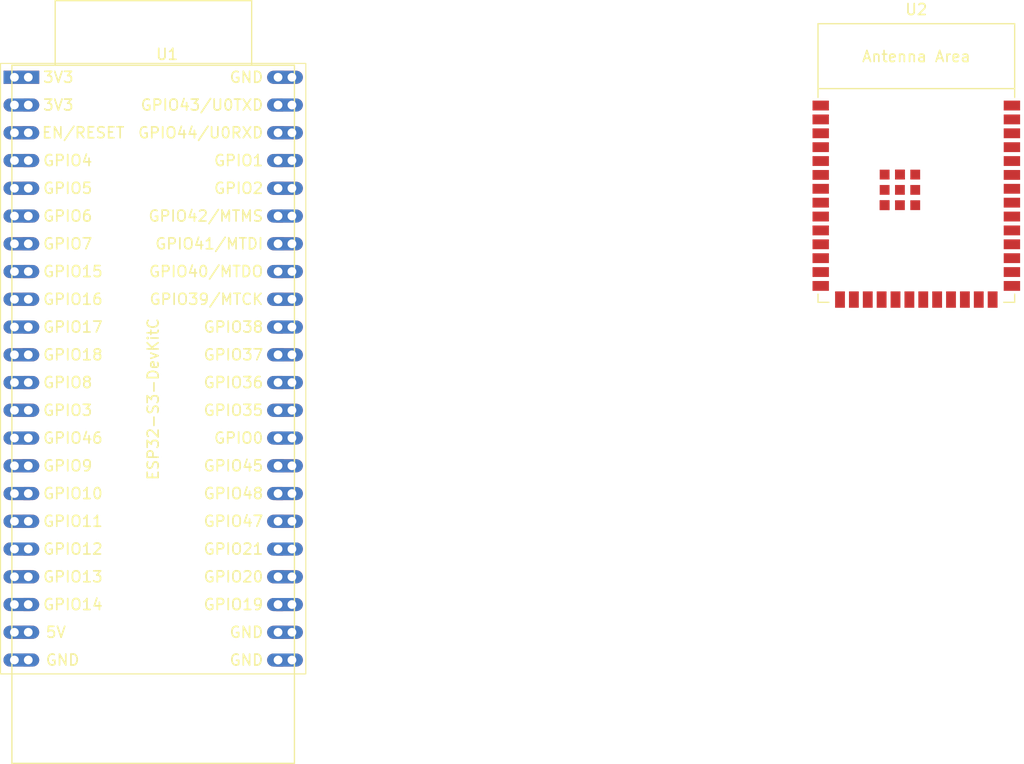
<source format=kicad_pcb>
(kicad_pcb (version 20240108) (generator "pcbnew") (generator_version "8.0")
  (layers (0 "F.Cu" signal) (31 "B.Cu" signal) (34 "B.Paste" user) (35 "F.Paste" user) (36 "B.SilkS" user "B.Silkscreen") (37 "F.SilkS" user "F.Silkscreen") (38 "B.Mask" user) (39 "F.Mask" user) (44 "Edge.Cuts" user))
  (net 0 "")
  (net 3 "Net-(U1-3V3-Pad1)")
  (net 15 "Net-(U1-GND-Pad22)")
  (net 48 "Net-(U2-GND-Pad1)")
  (footprint "Espressif:ESP32-S3-DevKitC" (layer "F.Cu") (at 87.47 49.71312)
    (property "Reference" "U1" (at 12.7 -2.1 0) (layer "F.SilkS"))
    (property "Value" "ESP32-S3-DevKitC" (at 11.42632 29.46128 90) (layer "F.SilkS"))
    (fp_line (start -1.5 62.79728) (end 24.359999 62.79728) (stroke (width 0.12)) (layer "F.SilkS"))
    (fp_line (start -1.499999 -1.1) (end -1.5 62.79728) (stroke (width 0.12)) (layer "F.SilkS"))
    (fp_line (start 2.46012 -7.01312) (end 20.44332 -7.01312) (stroke (width 0.12)) (layer "F.SilkS"))
    (fp_line (start 2.46012 -1.12032) (end 2.46012 -7.01312) (stroke (width 0.12)) (layer "F.SilkS"))
    (fp_line (start 20.44332 -7.01312) (end 20.44332 -1.12032) (stroke (width 0.12)) (layer "F.SilkS"))
    (fp_line (start 24.359999 62.79728) (end 24.36 -1.1) (stroke (width 0.12)) (layer "F.SilkS"))
    (fp_line (start 24.36 -1.1) (end -1.499999 -1.1) (stroke (width 0.12)) (layer "F.SilkS"))
    (fp_rect (start -2.54 -1.27) (end 25.4 54.61) (stroke (width 0.1)) (fill none) (layer "F.SilkS"))
    (fp_text user "GPIO36" (at 21.59 27.94 0) (layer "F.SilkS") (effects (justify right)))
    (fp_text user "GPIO8" (at 1.27 27.94 0) (layer "F.SilkS") (effects (justify left)))
    (fp_text user "GPIO18" (at 1.27 25.4 0) (layer "F.SilkS") (effects (justify left)))
    (fp_text user "GPIO48" (at 21.59 38.1 0) (layer "F.SilkS") (effects (justify right)))
    (fp_text user "GPIO1" (at 21.59 7.62 0) (layer "F.SilkS") (effects (justify right)))
    (fp_text user "GPIO35" (at 21.59 30.48 0) (layer "F.SilkS") (effects (justify right)))
    (fp_text user "GPIO19" (at 21.59 48.26 0) (layer "F.SilkS") (effects (justify right)))
    (fp_text user "GPIO9" (at 1.27 35.56 0) (layer "F.SilkS") (effects (justify left)))
    (fp_text user "GPIO46" (at 1.27 33.02 0) (layer "F.SilkS") (effects (justify left)))
    (fp_text user "GPIO45" (at 21.59 35.56 0) (layer "F.SilkS") (effects (justify right)))
    (fp_text user "GPIO43/U0TXD" (at 21.59 2.54 0) (layer "F.SilkS") (effects (justify right)))
    (fp_text user "GND" (at 21.59 50.8 0) (layer "F.SilkS") (effects (justify right)))
    (fp_text user "GPIO13" (at 1.27 45.72 0) (layer "F.SilkS") (effects (justify left)))
    (fp_text user "3V3" (at 1.27 2.54 0) (layer "F.SilkS") (effects (justify left)))
    (fp_text user "GND" (at 21.59 0 0) (layer "F.SilkS") (effects (justify right)))
    (fp_text user "GPIO0" (at 21.59 33.02 0) (layer "F.SilkS") (effects (justify right)))
    (fp_text user "GPIO38" (at 21.59 22.86 0) (layer "F.SilkS") (effects (justify right)))
    (fp_text user "GPIO39/MTCK" (at 21.59 20.32 0) (layer "F.SilkS") (effects (justify right)))
    (fp_text user "GPIO20" (at 21.59 45.72 0) (layer "F.SilkS") (effects (justify right)))
    (fp_text user "GPIO11" (at 1.27 40.64 0) (layer "F.SilkS") (effects (justify left)))
    (fp_text user "GPIO41/MTDI" (at 21.59 15.24 0) (layer "F.SilkS") (effects (justify right)))
    (fp_text user "GPIO14" (at 1.27 48.26 0) (layer "F.SilkS") (effects (justify left)))
    (fp_text user "GPIO3" (at 1.27 30.48 0) (layer "F.SilkS") (effects (justify left)))
    (fp_text user "5V" (at 1.52032 50.79728 0) (layer "F.SilkS") (effects (justify left)))
    (fp_text user "GPIO7" (at 1.27 15.24 0) (layer "F.SilkS") (effects (justify left)))
    (fp_text user "GPIO37" (at 21.59 25.4 0) (layer "F.SilkS") (effects (justify right)))
    (fp_text user "GPIO16" (at 1.27 20.32 0) (layer "F.SilkS") (effects (justify left)))
    (fp_text user "GPIO5" (at 1.27 10.16 0) (layer "F.SilkS") (effects (justify left)))
    (fp_text user "GPIO17" (at 1.27 22.86 0) (layer "F.SilkS") (effects (justify left)))
    (fp_text user "GPIO42/MTMS" (at 21.59 12.7 0) (layer "F.SilkS") (effects (justify right)))
    (fp_text user "GND" (at 1.52032 53.33728 0) (layer "F.SilkS") (effects (justify left)))
    (fp_text user "GPIO6" (at 1.27 12.7 0) (layer "F.SilkS") (effects (justify left)))
    (fp_text user "GPIO4" (at 1.27 7.62 0) (layer "F.SilkS") (effects (justify left)))
    (fp_text user "3V3" (at 1.27 0 0) (layer "F.SilkS") (effects (justify left)))
    (fp_text user "GPIO47" (at 21.59 40.64 0) (layer "F.SilkS") (effects (justify right)))
    (fp_text user "GPIO15" (at 1.27 17.78 0) (layer "F.SilkS") (effects (justify left)))
    (fp_text user "GPIO2" (at 21.59 10.16 0) (layer "F.SilkS") (effects (justify right)))
    (fp_text user "GPIO44/U0RXD" (at 21.59 5.08 0) (layer "F.SilkS") (effects (justify right)))
    (fp_text user "GPIO21" (at 21.59 43.18 0) (layer "F.SilkS") (effects (justify right)))
    (fp_text user "GPIO10" (at 1.27 38.1 0) (layer "F.SilkS") (effects (justify left)))
    (fp_text user "GPIO40/MTDO" (at 21.59 17.78 0) (layer "F.SilkS") (effects (justify right)))
    (fp_text user "EN/RESET" (at 8.88632 5.07728 0) (layer "F.SilkS") (effects (justify right)))
    (fp_text user "GND" (at 21.59 53.34 0) (layer "F.SilkS") (effects (justify right)))
    (fp_text user "GPIO12" (at 1.27 43.18 0) (layer "F.SilkS") (effects (justify left)))
    (pad "1" thru_hole rect (at -1.27 0 270) (size 1.2 2) (drill 0.8) (layers "*.Cu" "*.Mask") (net 3 "Net-(U1-3V3-Pad1)"))
    (pad "1" thru_hole rect (at 0 0 270) (size 1.2 2) (drill 0.8) (layers "*.Cu" "*.Mask") (net 3 "Net-(U1-3V3-Pad1)"))
    (pad "2" thru_hole oval (at -1.27 2.54 270) (size 1.2 3) (drill 0.8 (offset 0 -0.5)) (layers "*.Cu" "*.Mask") (net 3 "Net-(U1-3V3-Pad1)"))
    (pad "2" thru_hole oval (at 0 2.54 270) (size 1.2 2) (drill 0.8) (layers "*.Cu" "*.Mask") (net 3 "Net-(U1-3V3-Pad1)"))
    (pad "3" thru_hole oval (at -1.27 5.08 270) (size 1.2 3) (drill 0.8 (offset 0 -0.5)) (layers "*.Cu" "*.Mask"))
    (pad "3" thru_hole oval (at 0 5.08 270) (size 1.2 2) (drill 0.8) (layers "*.Cu" "*.Mask"))
    (pad "4" thru_hole oval (at -1.27 7.62 270) (size 1.2 3) (drill 0.8 (offset 0 -0.5)) (layers "*.Cu" "*.Mask"))
    (pad "4" thru_hole oval (at 0 7.62 270) (size 1.2 2) (drill 0.8) (layers "*.Cu" "*.Mask"))
    (pad "5" thru_hole oval (at -1.27 10.16 270) (size 1.2 3) (drill 0.8 (offset 0 -0.5)) (layers "*.Cu" "*.Mask"))
    (pad "5" thru_hole oval (at 0 10.16 270) (size 1.2 2) (drill 0.8) (layers "*.Cu" "*.Mask"))
    (pad "6" thru_hole oval (at -1.27 12.7 270) (size 1.2 3) (drill 0.8 (offset 0 -0.5)) (layers "*.Cu" "*.Mask"))
    (pad "6" thru_hole oval (at 0 12.7 270) (size 1.2 2) (drill 0.8) (layers "*.Cu" "*.Mask"))
    (pad "7" thru_hole oval (at -1.27 15.24 270) (size 1.2 3) (drill 0.8 (offset 0 -0.5)) (layers "*.Cu" "*.Mask"))
    (pad "7" thru_hole oval (at 0 15.24 270) (size 1.2 2) (drill 0.8) (layers "*.Cu" "*.Mask"))
    (pad "8" thru_hole oval (at -1.27 17.78 270) (size 1.2 3) (drill 0.8 (offset 0 -0.5)) (layers "*.Cu" "*.Mask"))
    (pad "8" thru_hole oval (at 0 17.78 270) (size 1.2 2) (drill 0.8) (layers "*.Cu" "*.Mask"))
    (pad "9" thru_hole oval (at -1.27 20.32 270) (size 1.2 3) (drill 0.8 (offset 0 -0.5)) (layers "*.Cu" "*.Mask"))
    (pad "9" thru_hole oval (at 0 20.32 270) (size 1.2 2) (drill 0.8) (layers "*.Cu" "*.Mask"))
    (pad "10" thru_hole oval (at -1.27 22.86 270) (size 1.2 3) (drill 0.8 (offset 0 -0.5)) (layers "*.Cu" "*.Mask"))
    (pad "10" thru_hole oval (at 0 22.86 270) (size 1.2 2) (drill 0.8) (layers "*.Cu" "*.Mask"))
    (pad "11" thru_hole oval (at -1.27 25.4 270) (size 1.2 3) (drill 0.8 (offset 0 -0.5)) (layers "*.Cu" "*.Mask"))
    (pad "11" thru_hole oval (at 0 25.4 270) (size 1.2 2) (drill 0.8) (layers "*.Cu" "*.Mask"))
    (pad "12" thru_hole oval (at -1.27 27.94 270) (size 1.2 3) (drill 0.8 (offset 0 -0.5)) (layers "*.Cu" "*.Mask"))
    (pad "12" thru_hole oval (at 0 27.94 270) (size 1.2 2) (drill 0.8) (layers "*.Cu" "*.Mask"))
    (pad "13" thru_hole oval (at -1.27 30.48 270) (size 1.2 3) (drill 0.8 (offset 0 -0.5)) (layers "*.Cu" "*.Mask"))
    (pad "13" thru_hole oval (at 0 30.48 270) (size 1.2 2) (drill 0.8) (layers "*.Cu" "*.Mask"))
    (pad "14" thru_hole oval (at -1.27 33.02 270) (size 1.2 3) (drill 0.8 (offset 0 -0.5)) (layers "*.Cu" "*.Mask"))
    (pad "14" thru_hole oval (at 0 33.02 270) (size 1.2 2) (drill 0.8) (layers "*.Cu" "*.Mask"))
    (pad "15" thru_hole oval (at -1.27 35.56 270) (size 1.2 3) (drill 0.8 (offset 0 -0.5)) (layers "*.Cu" "*.Mask"))
    (pad "15" thru_hole oval (at 0 35.56 270) (size 1.2 2) (drill 0.8) (layers "*.Cu" "*.Mask"))
    (pad "16" thru_hole oval (at -1.27 38.1 270) (size 1.2 3) (drill 0.8 (offset 0 -0.5)) (layers "*.Cu" "*.Mask"))
    (pad "16" thru_hole oval (at 0 38.1 270) (size 1.2 2) (drill 0.8) (layers "*.Cu" "*.Mask"))
    (pad "17" thru_hole oval (at -1.27 40.64 270) (size 1.2 3) (drill 0.8 (offset 0 -0.5)) (layers "*.Cu" "*.Mask"))
    (pad "17" thru_hole oval (at 0 40.64 270) (size 1.2 2) (drill 0.8) (layers "*.Cu" "*.Mask"))
    (pad "18" thru_hole oval (at -1.27 43.18 270) (size 1.2 3) (drill 0.8 (offset 0 -0.5)) (layers "*.Cu" "*.Mask"))
    (pad "18" thru_hole oval (at 0 43.18 270) (size 1.2 2) (drill 0.8) (layers "*.Cu" "*.Mask"))
    (pad "19" thru_hole oval (at -1.27 45.72 270) (size 1.2 3) (drill 0.8 (offset 0 -0.5)) (layers "*.Cu" "*.Mask"))
    (pad "19" thru_hole oval (at 0 45.72 270) (size 1.2 2) (drill 0.8) (layers "*.Cu" "*.Mask"))
    (pad "20" thru_hole oval (at -1.27368 48.25728 270) (size 1.2 3) (drill 0.8 (offset 0 -0.5)) (layers "*.Cu" "*.Mask"))
    (pad "20" thru_hole oval (at -0.00368 48.25728 270) (size 1.2 2) (drill 0.8) (layers "*.Cu" "*.Mask"))
    (pad "21" thru_hole oval (at -1.27368 50.79728 270) (size 1.2 3) (drill 0.8 (offset 0 -0.5)) (layers "*.Cu" "*.Mask"))
    (pad "21" thru_hole oval (at -0.00368 50.79728 270) (size 1.2 2) (drill 0.8) (layers "*.Cu" "*.Mask"))
    (pad "22" thru_hole oval (at -1.27368 53.33728 270) (size 1.2 3) (drill 0.8 (offset 0 -0.5)) (layers "*.Cu" "*.Mask") (net 15 "Net-(U1-GND-Pad22)"))
    (pad "22" thru_hole oval (at -0.00368 53.33728 270) (size 1.2 2) (drill 0.8) (layers "*.Cu" "*.Mask") (net 15 "Net-(U1-GND-Pad22)"))
    (pad "23" thru_hole oval (at 22.86 53.34 270) (size 1.2 2) (drill 0.8) (layers "*.Cu" "*.Mask") (net 15 "Net-(U1-GND-Pad22)"))
    (pad "23" thru_hole oval (at 24.13 53.34 270) (size 1.2 3) (drill 0.8 (offset 0 0.5)) (layers "*.Cu" "*.Mask") (net 15 "Net-(U1-GND-Pad22)"))
    (pad "24" thru_hole oval (at 22.86 50.8 270) (size 1.2 2) (drill 0.8) (layers "*.Cu" "*.Mask") (net 15 "Net-(U1-GND-Pad22)"))
    (pad "24" thru_hole oval (at 24.13 50.8 270) (size 1.2 3) (drill 0.8 (offset 0 0.5)) (layers "*.Cu" "*.Mask") (net 15 "Net-(U1-GND-Pad22)"))
    (pad "25" thru_hole oval (at 22.86 48.26 270) (size 1.2 2) (drill 0.8) (layers "*.Cu" "*.Mask"))
    (pad "25" thru_hole oval (at 24.13 48.26 270) (size 1.2 3) (drill 0.8 (offset 0 0.5)) (layers "*.Cu" "*.Mask"))
    (pad "26" thru_hole oval (at 22.86 45.72 270) (size 1.2 2) (drill 0.8) (layers "*.Cu" "*.Mask"))
    (pad "26" thru_hole oval (at 24.13 45.72 270) (size 1.2 3) (drill 0.8 (offset 0 0.5)) (layers "*.Cu" "*.Mask"))
    (pad "27" thru_hole oval (at 22.86 43.18 270) (size 1.2 2) (drill 0.8) (layers "*.Cu" "*.Mask"))
    (pad "27" thru_hole oval (at 24.13 43.18 270) (size 1.2 3) (drill 0.8 (offset 0 0.5)) (layers "*.Cu" "*.Mask"))
    (pad "28" thru_hole oval (at 22.86 40.64 270) (size 1.2 2) (drill 0.8) (layers "*.Cu" "*.Mask"))
    (pad "28" thru_hole oval (at 24.13 40.64 270) (size 1.2 3) (drill 0.8 (offset 0 0.5)) (layers "*.Cu" "*.Mask"))
    (pad "29" thru_hole oval (at 22.86 38.1 270) (size 1.2 2) (drill 0.8) (layers "*.Cu" "*.Mask"))
    (pad "29" thru_hole oval (at 24.13 38.1 270) (size 1.2 3) (drill 0.8 (offset 0 0.5)) (layers "*.Cu" "*.Mask"))
    (pad "30" thru_hole oval (at 22.86 35.56 270) (size 1.2 2) (drill 0.8) (layers "*.Cu" "*.Mask"))
    (pad "30" thru_hole oval (at 24.13 35.56 270) (size 1.2 3) (drill 0.8 (offset 0 0.5)) (layers "*.Cu" "*.Mask"))
    (pad "31" thru_hole oval (at 22.86 33.02 270) (size 1.2 2) (drill 0.8) (layers "*.Cu" "*.Mask"))
    (pad "31" thru_hole oval (at 24.13 33.02 270) (size 1.2 3) (drill 0.8 (offset 0 0.5)) (layers "*.Cu" "*.Mask"))
    (pad "32" thru_hole oval (at 22.86 30.48 270) (size 1.2 2) (drill 0.8) (layers "*.Cu" "*.Mask"))
    (pad "32" thru_hole oval (at 24.13 30.48 270) (size 1.2 3) (drill 0.8 (offset 0 0.5)) (layers "*.Cu" "*.Mask"))
    (pad "33" thru_hole oval (at 22.86 27.94 270) (size 1.2 2) (drill 0.8) (layers "*.Cu" "*.Mask"))
    (pad "33" thru_hole oval (at 24.13 27.94 270) (size 1.2 3) (drill 0.8 (offset 0 0.5)) (layers "*.Cu" "*.Mask"))
    (pad "34" thru_hole oval (at 22.86 25.4 270) (size 1.2 2) (drill 0.8) (layers "*.Cu" "*.Mask"))
    (pad "34" thru_hole oval (at 24.13 25.4 270) (size 1.2 3) (drill 0.8 (offset 0 0.5)) (layers "*.Cu" "*.Mask"))
    (pad "35" thru_hole oval (at 22.86 22.86 270) (size 1.2 2) (drill 0.8) (layers "*.Cu" "*.Mask"))
    (pad "35" thru_hole oval (at 24.13 22.86 270) (size 1.2 3) (drill 0.8 (offset 0 0.5)) (layers "*.Cu" "*.Mask"))
    (pad "36" thru_hole oval (at 22.86 20.32 270) (size 1.2 2) (drill 0.8) (layers "*.Cu" "*.Mask"))
    (pad "36" thru_hole oval (at 24.13 20.32 270) (size 1.2 3) (drill 0.8 (offset 0 0.5)) (layers "*.Cu" "*.Mask"))
    (pad "37" thru_hole oval (at 22.86 17.78 270) (size 1.2 2) (drill 0.8) (layers "*.Cu" "*.Mask"))
    (pad "37" thru_hole oval (at 24.13 17.78 270) (size 1.2 3) (drill 0.8 (offset 0 0.5)) (layers "*.Cu" "*.Mask"))
    (pad "38" thru_hole oval (at 22.86 15.24 270) (size 1.2 2) (drill 0.8) (layers "*.Cu" "*.Mask"))
    (pad "38" thru_hole oval (at 24.13 15.24 270) (size 1.2 3) (drill 0.8 (offset 0 0.5)) (layers "*.Cu" "*.Mask"))
    (pad "39" thru_hole oval (at 22.86 12.7 270) (size 1.2 2) (drill 0.8) (layers "*.Cu" "*.Mask"))
    (pad "39" thru_hole oval (at 24.13 12.7 270) (size 1.2 3) (drill 0.8 (offset 0 0.5)) (layers "*.Cu" "*.Mask"))
    (pad "40" thru_hole oval (at 22.86 10.16 270) (size 1.2 2) (drill 0.8) (layers "*.Cu" "*.Mask"))
    (pad "40" thru_hole oval (at 24.13 10.16 270) (size 1.2 3) (drill 0.8 (offset 0 0.5)) (layers "*.Cu" "*.Mask"))
    (pad "41" thru_hole oval (at 22.86 7.62 270) (size 1.2 2) (drill 0.8) (layers "*.Cu" "*.Mask"))
    (pad "41" thru_hole oval (at 24.13 7.62 270) (size 1.2 3) (drill 0.8 (offset 0 0.5)) (layers "*.Cu" "*.Mask"))
    (pad "42" thru_hole oval (at 22.86 5.08 270) (size 1.2 2) (drill 0.8) (layers "*.Cu" "*.Mask"))
    (pad "42" thru_hole oval (at 24.13 5.08 270) (size 1.2 3) (drill 0.8 (offset 0 0.5)) (layers "*.Cu" "*.Mask"))
    (pad "43" thru_hole oval (at 22.86 2.54 270) (size 1.2 2) (drill 0.8) (layers "*.Cu" "*.Mask"))
    (pad "43" thru_hole oval (at 24.13 2.54 270) (size 1.2 3) (drill 0.8 (offset 0 0.5)) (layers "*.Cu" "*.Mask"))
    (pad "44" thru_hole oval (at 22.86 0 270) (size 1.2 2) (drill 0.8) (layers "*.Cu" "*.Mask") (net 15 "Net-(U1-GND-Pad22)"))
    (pad "44" thru_hole oval (at 24.13 0 270) (size 1.2 3) (drill 0.8 (offset 0 0.5)) (layers "*.Cu" "*.Mask") (net 15 "Net-(U1-GND-Pad22)"))
  )
  (footprint "Espressif:ESP32-S3-WROOM-1" (layer "F.Cu") (at 168.75 60.56)
    (property "Reference" "U2" (at 0 -17.05 0) (layer "F.SilkS"))
    (property "Value" "ESP32-S3-WROOM-1")
    (fp_line (start -9 -15.75) (end -9 -9) (stroke (width 0.12)) (layer "F.SilkS"))
    (fp_line (start -9 -15.75) (end 9 -15.75) (stroke (width 0.12)) (layer "F.SilkS"))
    (fp_line (start -9 9) (end -9 9.75) (stroke (width 0.12)) (layer "F.SilkS"))
    (fp_line (start -9 9.75) (end -8 9.75) (stroke (width 0.12)) (layer "F.SilkS"))
    (fp_line (start 9 -15.75) (end 9 -9) (stroke (width 0.12)) (layer "F.SilkS"))
    (fp_line (start 9 -9.81) (end -9 -9.81) (stroke (width 0.12)) (layer "F.SilkS"))
    (fp_line (start 9 9) (end 9 9.75) (stroke (width 0.12)) (layer "F.SilkS"))
    (fp_line (start 9 9.75) (end 8 9.75) (stroke (width 0.12)) (layer "F.SilkS"))
    (fp_text user "Antenna Area" (at 0 -12.75 0) (layer "F.SilkS"))
    (pad "1" smd rect (at -8.75 -8.26) (size 1.5 0.9) (layers "F.Cu" "F.Paste" "F.Mask") (net 48 "Net-(U2-GND-Pad1)"))
    (pad "2" smd rect (at -8.75 -6.99) (size 1.5 0.9) (layers "F.Cu" "F.Paste" "F.Mask"))
    (pad "3" smd rect (at -8.75 -5.72) (size 1.5 0.9) (layers "F.Cu" "F.Paste" "F.Mask"))
    (pad "4" smd rect (at -8.75 -4.45) (size 1.5 0.9) (layers "F.Cu" "F.Paste" "F.Mask"))
    (pad "5" smd rect (at -8.75 -3.18) (size 1.5 0.9) (layers "F.Cu" "F.Paste" "F.Mask"))
    (pad "6" smd rect (at -8.75 -1.91) (size 1.5 0.9) (layers "F.Cu" "F.Paste" "F.Mask"))
    (pad "7" smd rect (at -8.75 -0.64) (size 1.5 0.9) (layers "F.Cu" "F.Paste" "F.Mask"))
    (pad "8" smd rect (at -8.75 0.63) (size 1.5 0.9) (layers "F.Cu" "F.Paste" "F.Mask"))
    (pad "9" smd rect (at -8.75 1.9) (size 1.5 0.9) (layers "F.Cu" "F.Paste" "F.Mask"))
    (pad "10" smd rect (at -8.75 3.17) (size 1.5 0.9) (layers "F.Cu" "F.Paste" "F.Mask"))
    (pad "11" smd rect (at -8.75 4.44) (size 1.5 0.9) (layers "F.Cu" "F.Paste" "F.Mask"))
    (pad "12" smd rect (at -8.75 5.71) (size 1.5 0.9) (layers "F.Cu" "F.Paste" "F.Mask"))
    (pad "13" smd rect (at -8.75 6.98) (size 1.5 0.9) (layers "F.Cu" "F.Paste" "F.Mask"))
    (pad "14" smd rect (at -8.75 8.25) (size 1.5 0.9) (layers "F.Cu" "F.Paste" "F.Mask"))
    (pad "15" smd rect (at -6.985 9.5 90) (size 1.5 0.9) (layers "F.Cu" "F.Paste" "F.Mask"))
    (pad "16" smd rect (at -5.715 9.5 90) (size 1.5 0.9) (layers "F.Cu" "F.Paste" "F.Mask"))
    (pad "17" smd rect (at -4.445 9.5 90) (size 1.5 0.9) (layers "F.Cu" "F.Paste" "F.Mask"))
    (pad "18" smd rect (at -3.175 9.5 90) (size 1.5 0.9) (layers "F.Cu" "F.Paste" "F.Mask"))
    (pad "19" smd rect (at -1.905 9.5 90) (size 1.5 0.9) (layers "F.Cu" "F.Paste" "F.Mask"))
    (pad "20" smd rect (at -0.635 9.5 90) (size 1.5 0.9) (layers "F.Cu" "F.Paste" "F.Mask"))
    (pad "21" smd rect (at 0.635 9.5 90) (size 1.5 0.9) (layers "F.Cu" "F.Paste" "F.Mask"))
    (pad "22" smd rect (at 1.905 9.5 90) (size 1.5 0.9) (layers "F.Cu" "F.Paste" "F.Mask"))
    (pad "23" smd rect (at 3.175 9.5 90) (size 1.5 0.9) (layers "F.Cu" "F.Paste" "F.Mask"))
    (pad "24" smd rect (at 4.445 9.5 90) (size 1.5 0.9) (layers "F.Cu" "F.Paste" "F.Mask"))
    (pad "25" smd rect (at 5.715 9.5 90) (size 1.5 0.9) (layers "F.Cu" "F.Paste" "F.Mask"))
    (pad "26" smd rect (at 6.985 9.5 90) (size 1.5 0.9) (layers "F.Cu" "F.Paste" "F.Mask"))
    (pad "27" smd rect (at 8.75 8.25 180) (size 1.5 0.9) (layers "F.Cu" "F.Paste" "F.Mask"))
    (pad "28" smd rect (at 8.75 6.98 180) (size 1.5 0.9) (layers "F.Cu" "F.Paste" "F.Mask"))
    (pad "29" smd rect (at 8.75 5.71 180) (size 1.5 0.9) (layers "F.Cu" "F.Paste" "F.Mask"))
    (pad "30" smd rect (at 8.75 4.44 180) (size 1.5 0.9) (layers "F.Cu" "F.Paste" "F.Mask"))
    (pad "31" smd rect (at 8.75 3.17 180) (size 1.5 0.9) (layers "F.Cu" "F.Paste" "F.Mask"))
    (pad "32" smd rect (at 8.75 1.9 180) (size 1.5 0.9) (layers "F.Cu" "F.Paste" "F.Mask"))
    (pad "33" smd rect (at 8.75 0.63 180) (size 1.5 0.9) (layers "F.Cu" "F.Paste" "F.Mask"))
    (pad "34" smd rect (at 8.75 -0.64 180) (size 1.5 0.9) (layers "F.Cu" "F.Paste" "F.Mask"))
    (pad "35" smd rect (at 8.75 -1.91 180) (size 1.5 0.9) (layers "F.Cu" "F.Paste" "F.Mask"))
    (pad "36" smd rect (at 8.75 -3.18 180) (size 1.5 0.9) (layers "F.Cu" "F.Paste" "F.Mask"))
    (pad "37" smd rect (at 8.75 -4.45 180) (size 1.5 0.9) (layers "F.Cu" "F.Paste" "F.Mask"))
    (pad "38" smd rect (at 8.75 -5.72 180) (size 1.5 0.9) (layers "F.Cu" "F.Paste" "F.Mask"))
    (pad "39" smd rect (at 8.75 -6.99 180) (size 1.5 0.9) (layers "F.Cu" "F.Paste" "F.Mask"))
    (pad "40" smd rect (at 8.75 -8.26 180) (size 1.5 0.9) (layers "F.Cu" "F.Paste" "F.Mask") (net 48 "Net-(U2-GND-Pad1)"))
    (pad "41" smd rect (at -2.9 -1.94 180) (size 0.9 0.9) (layers "F.Cu" "F.Paste" "F.Mask") (net 48 "Net-(U2-GND-Pad1)"))
    (pad "41" smd rect (at -2.9 -0.54 180) (size 0.9 0.9) (layers "F.Cu" "F.Paste" "F.Mask") (net 48 "Net-(U2-GND-Pad1)"))
    (pad "41" smd rect (at -2.9 0.86 180) (size 0.9 0.9) (layers "F.Cu" "F.Paste" "F.Mask") (net 48 "Net-(U2-GND-Pad1)"))
    (pad "41" smd rect (at -2.9 0.86 180) (size 0.9 0.9) (layers "F.Cu" "F.Paste" "F.Mask") (net 48 "Net-(U2-GND-Pad1)"))
    (pad "41" smd rect (at -1.5 -1.94 180) (size 0.9 0.9) (layers "F.Cu" "F.Paste" "F.Mask") (net 48 "Net-(U2-GND-Pad1)"))
    (pad "41" smd rect (at -1.5 -1.94 180) (size 0.9 0.9) (layers "F.Cu" "F.Paste" "F.Mask") (net 48 "Net-(U2-GND-Pad1)"))
    (pad "41" smd rect (at -1.5 -0.54 180) (size 0.9 0.9) (layers "F.Cu" "F.Paste" "F.Mask") (net 48 "Net-(U2-GND-Pad1)"))
    (pad "41" smd rect (at -1.5 0.86 180) (size 0.9 0.9) (layers "F.Cu" "F.Paste" "F.Mask") (net 48 "Net-(U2-GND-Pad1)"))
    (pad "41" smd rect (at -0.1 -1.94 180) (size 0.9 0.9) (layers "F.Cu" "F.Paste" "F.Mask") (net 48 "Net-(U2-GND-Pad1)"))
    (pad "41" smd rect (at -0.1 -0.54 180) (size 0.9 0.9) (layers "F.Cu" "F.Paste" "F.Mask") (net 48 "Net-(U2-GND-Pad1)"))
    (pad "41" smd rect (at -0.1 0.86 180) (size 0.9 0.9) (layers "F.Cu" "F.Paste" "F.Mask") (net 48 "Net-(U2-GND-Pad1)"))
  )
)
</source>
